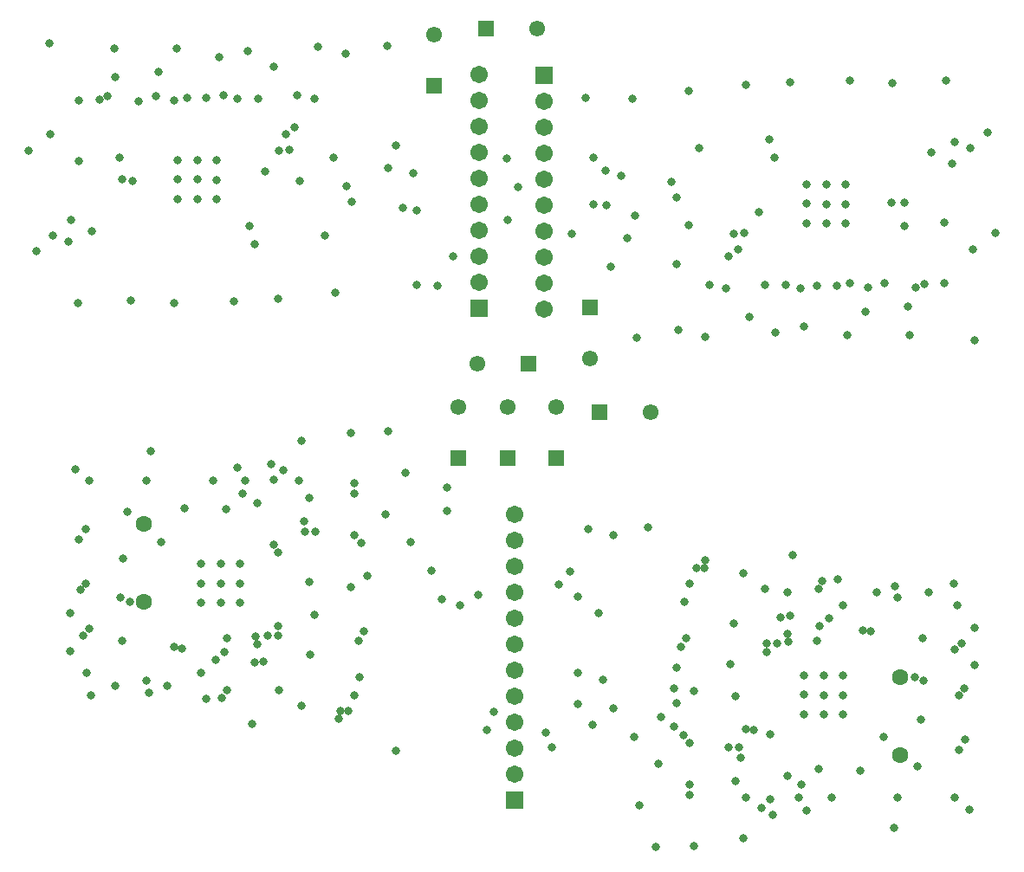
<source format=gbs>
G04*
G04 #@! TF.GenerationSoftware,Altium Limited,Altium Designer,19.1.8 (144)*
G04*
G04 Layer_Color=16711935*
%FSLAX25Y25*%
%MOIN*%
G70*
G01*
G75*
%ADD20C,0.06312*%
%ADD21C,0.06706*%
%ADD22R,0.06706X0.06706*%
%ADD23C,0.06115*%
%ADD24R,0.06115X0.06115*%
%ADD25R,0.06115X0.06115*%
%ADD26C,0.03162*%
D20*
X54000Y-196000D02*
D03*
Y-226000D02*
D03*
X345000Y-285000D02*
D03*
Y-255000D02*
D03*
D21*
X196500Y-192500D02*
D03*
Y-202500D02*
D03*
Y-212500D02*
D03*
Y-222500D02*
D03*
Y-232500D02*
D03*
Y-242500D02*
D03*
Y-252500D02*
D03*
Y-262500D02*
D03*
Y-272500D02*
D03*
Y-282500D02*
D03*
Y-292500D02*
D03*
X183000Y-93000D02*
D03*
Y-23000D02*
D03*
Y-33000D02*
D03*
Y-43000D02*
D03*
Y-53000D02*
D03*
Y-63000D02*
D03*
Y-73000D02*
D03*
Y-83000D02*
D03*
Y-103000D02*
D03*
X208000Y-43500D02*
D03*
Y-113500D02*
D03*
Y-103500D02*
D03*
Y-93500D02*
D03*
Y-83500D02*
D03*
Y-73500D02*
D03*
Y-63500D02*
D03*
Y-53500D02*
D03*
Y-33500D02*
D03*
D22*
X196500Y-302500D02*
D03*
X183000Y-113000D02*
D03*
X208000Y-23500D02*
D03*
D23*
X193750Y-151157D02*
D03*
X175000D02*
D03*
X248843Y-153000D02*
D03*
X212500Y-151157D02*
D03*
X205343Y-5500D02*
D03*
X165647Y-7804D02*
D03*
X182158Y-134500D02*
D03*
X225500Y-132343D02*
D03*
D24*
X193750Y-170843D02*
D03*
X175000D02*
D03*
X212500D02*
D03*
X165646Y-27489D02*
D03*
X225500Y-112657D02*
D03*
D25*
X229157Y-153000D02*
D03*
X185658Y-5500D02*
D03*
X201842Y-134500D02*
D03*
D26*
X86000Y-260000D02*
D03*
X170500Y-182000D02*
D03*
Y-191000D02*
D03*
X248000Y-197500D02*
D03*
X234500Y-200500D02*
D03*
X225000Y-198000D02*
D03*
X253000Y-270500D02*
D03*
X258000Y-274000D02*
D03*
X221000Y-253500D02*
D03*
X188500Y-268500D02*
D03*
X186000Y-275500D02*
D03*
X313500Y-221000D02*
D03*
X301500Y-222500D02*
D03*
X259000Y-251500D02*
D03*
X258000Y-259500D02*
D03*
X221000Y-224000D02*
D03*
X229000Y-230500D02*
D03*
X213500Y-219500D02*
D03*
X208500Y-276500D02*
D03*
X211000Y-282000D02*
D03*
X221000Y-265500D02*
D03*
X226500Y-273500D02*
D03*
X288500Y-275500D02*
D03*
X285500Y-275000D02*
D03*
X218000Y-214500D02*
D03*
X323000Y-227500D02*
D03*
X301500Y-238500D02*
D03*
X313000Y-241000D02*
D03*
X302500Y-231500D02*
D03*
X283000Y-282000D02*
D03*
X338500Y-278000D02*
D03*
X350500Y-255000D02*
D03*
X373500Y-236000D02*
D03*
X353500Y-240000D02*
D03*
X373500Y-250500D02*
D03*
X368500Y-242000D02*
D03*
X365500Y-219000D02*
D03*
X356000Y-222500D02*
D03*
X343000Y-220000D02*
D03*
X336000Y-222500D02*
D03*
X344000Y-224500D02*
D03*
X330500Y-237000D02*
D03*
X315000Y-218000D02*
D03*
X303500Y-208000D02*
D03*
X321000Y-217500D02*
D03*
X314000Y-235500D02*
D03*
X293000Y-221000D02*
D03*
X264000Y-219000D02*
D03*
X281000Y-234500D02*
D03*
X262500Y-240000D02*
D03*
X279500Y-250000D02*
D03*
X259000Y-265000D02*
D03*
X281500Y-262500D02*
D03*
X279000Y-282000D02*
D03*
X281500Y-295000D02*
D03*
X251000Y-320500D02*
D03*
X244500Y-304500D02*
D03*
X264000Y-300500D02*
D03*
X301500Y-293000D02*
D03*
X265500Y-320000D02*
D03*
X296000Y-308000D02*
D03*
X295000Y-302000D02*
D03*
X291500Y-305500D02*
D03*
X284500Y-317000D02*
D03*
X309000Y-306500D02*
D03*
X318500Y-301500D02*
D03*
X306000D02*
D03*
X313500Y-290500D02*
D03*
X329500Y-291000D02*
D03*
X342500Y-313000D02*
D03*
X351500Y-289500D02*
D03*
X367500Y-283000D02*
D03*
X353000Y-271500D02*
D03*
X354000Y-256500D02*
D03*
X344000Y-301500D02*
D03*
X307000Y-296500D02*
D03*
X285500Y-301500D02*
D03*
X264000Y-296500D02*
D03*
Y-280500D02*
D03*
X261500Y-277500D02*
D03*
X265500Y-260500D02*
D03*
X260500Y-243500D02*
D03*
X262000Y-226000D02*
D03*
X299000Y-232000D02*
D03*
X317500Y-232500D02*
D03*
X333500Y-237500D02*
D03*
X367000Y-227500D02*
D03*
X366000Y-244500D02*
D03*
X369500Y-259500D02*
D03*
X367500Y-262000D02*
D03*
X370000Y-279000D02*
D03*
X371500Y-306000D02*
D03*
X366000Y-301500D02*
D03*
X302000Y-241496D02*
D03*
X284500Y-215000D02*
D03*
X269500Y-213000D02*
D03*
X270000Y-210000D02*
D03*
X293500Y-242000D02*
D03*
X297500D02*
D03*
X293500Y-245500D02*
D03*
X295000Y-277000D02*
D03*
X283500Y-286000D02*
D03*
X234500Y-267000D02*
D03*
X242500Y-278000D02*
D03*
X230500Y-256000D02*
D03*
X252000Y-288500D02*
D03*
X266500Y-213000D02*
D03*
X76000Y-226500D02*
D03*
X83500D02*
D03*
X91000D02*
D03*
Y-211500D02*
D03*
X83500D02*
D03*
X76000D02*
D03*
Y-219000D02*
D03*
X91000Y-219100D02*
D03*
X83500Y-219000D02*
D03*
X323000Y-254500D02*
D03*
X315500D02*
D03*
X308000D02*
D03*
Y-269500D02*
D03*
X315500D02*
D03*
X323000D02*
D03*
Y-262000D02*
D03*
X308000Y-261900D02*
D03*
X315500Y-262000D02*
D03*
X132500Y-268000D02*
D03*
X147000Y-192500D02*
D03*
X168500Y-225000D02*
D03*
X156500Y-203000D02*
D03*
X164500Y-214000D02*
D03*
X182500Y-223500D02*
D03*
X175500Y-227500D02*
D03*
X115500Y-195000D02*
D03*
X104000Y-204000D02*
D03*
X151000Y-283500D02*
D03*
X105500Y-235500D02*
D03*
X101500Y-239000D02*
D03*
X105500D02*
D03*
X129000Y-271000D02*
D03*
X129500Y-268000D02*
D03*
X114500Y-266000D02*
D03*
X97000Y-239504D02*
D03*
X33000Y-179500D02*
D03*
X27500Y-175000D02*
D03*
X29000Y-202000D02*
D03*
X31500Y-219000D02*
D03*
X29500Y-221500D02*
D03*
X33000Y-236500D02*
D03*
X32000Y-253500D02*
D03*
X65500Y-243500D02*
D03*
X81500Y-248500D02*
D03*
X100000Y-249000D02*
D03*
X137000Y-255000D02*
D03*
X138500Y-237500D02*
D03*
X133500Y-220500D02*
D03*
X137500Y-203500D02*
D03*
X135000Y-200500D02*
D03*
Y-184500D02*
D03*
X113500Y-179500D02*
D03*
X92000Y-184500D02*
D03*
X55000Y-179500D02*
D03*
X45000Y-224500D02*
D03*
X46000Y-209500D02*
D03*
X31500Y-198000D02*
D03*
X47500Y-191500D02*
D03*
X56500Y-168000D02*
D03*
X69500Y-190000D02*
D03*
X85500Y-190500D02*
D03*
X93000Y-179500D02*
D03*
X80500D02*
D03*
X90000Y-174500D02*
D03*
X114500Y-164000D02*
D03*
X107500Y-175500D02*
D03*
X104000Y-179000D02*
D03*
X103000Y-173000D02*
D03*
X133500Y-161000D02*
D03*
X97500Y-188000D02*
D03*
X135000Y-180500D02*
D03*
X154500Y-176500D02*
D03*
X148000Y-160500D02*
D03*
X117500Y-186000D02*
D03*
X120000Y-199000D02*
D03*
X117500Y-218500D02*
D03*
X140000Y-216000D02*
D03*
X119500Y-231000D02*
D03*
X136500Y-241000D02*
D03*
X118000Y-246500D02*
D03*
X135000Y-262000D02*
D03*
X106000Y-260000D02*
D03*
X85000Y-245500D02*
D03*
X78000Y-263500D02*
D03*
X95500Y-273000D02*
D03*
X84000Y-263000D02*
D03*
X68500Y-244000D02*
D03*
X55000Y-256500D02*
D03*
X63000Y-258500D02*
D03*
X56000Y-261000D02*
D03*
X43000Y-258500D02*
D03*
X33500Y-262000D02*
D03*
X30500Y-239000D02*
D03*
X25500Y-230500D02*
D03*
X45500Y-241000D02*
D03*
X25500Y-245000D02*
D03*
X48500Y-226000D02*
D03*
X60500Y-203000D02*
D03*
X105500Y-207000D02*
D03*
X116000Y-199000D02*
D03*
X96500Y-249500D02*
D03*
X86000Y-240000D02*
D03*
X97500Y-242500D02*
D03*
X76000Y-253500D02*
D03*
X296500Y-55000D02*
D03*
X341500Y-72500D02*
D03*
X346500D02*
D03*
X290500Y-76000D02*
D03*
X316500Y-73000D02*
D03*
X309000Y-72900D02*
D03*
X324000Y-73000D02*
D03*
Y-80500D02*
D03*
X316500D02*
D03*
X309000D02*
D03*
Y-65500D02*
D03*
X316500D02*
D03*
X324000D02*
D03*
X74500Y-63500D02*
D03*
X82000Y-63600D02*
D03*
X67000Y-63500D02*
D03*
Y-56000D02*
D03*
X74500D02*
D03*
X82000D02*
D03*
Y-71000D02*
D03*
X74500D02*
D03*
X67000D02*
D03*
X242000Y-32500D02*
D03*
X159000Y-104000D02*
D03*
X173000Y-93000D02*
D03*
X227000Y-73000D02*
D03*
X193500Y-55500D02*
D03*
X259000Y-96000D02*
D03*
X218500Y-84500D02*
D03*
X233500Y-97000D02*
D03*
X232000Y-73500D02*
D03*
X231500Y-60000D02*
D03*
X198000Y-66500D02*
D03*
X127000Y-55000D02*
D03*
X194000Y-79000D02*
D03*
X263500Y-81000D02*
D03*
X381500Y-84000D02*
D03*
X373000Y-90500D02*
D03*
X362000Y-80000D02*
D03*
X366000Y-49000D02*
D03*
X365000Y-57500D02*
D03*
X259500Y-121500D02*
D03*
X278000Y-105500D02*
D03*
X287000Y-116500D02*
D03*
X301000Y-104000D02*
D03*
X313000Y-104500D02*
D03*
X331500Y-114500D02*
D03*
X325500Y-103500D02*
D03*
X348000Y-112500D02*
D03*
X339000Y-103250D02*
D03*
X362000Y-103500D02*
D03*
X354250Y-103750D02*
D03*
X373500Y-125500D02*
D03*
X348500Y-123500D02*
D03*
X324500D02*
D03*
X271500Y-104000D02*
D03*
X267500Y-51500D02*
D03*
X263500Y-29500D02*
D03*
X285500Y-27000D02*
D03*
X302500Y-26000D02*
D03*
X325500Y-25500D02*
D03*
X342000Y-26500D02*
D03*
X362500Y-25500D02*
D03*
X357000Y-53000D02*
D03*
X346500Y-81500D02*
D03*
X351000Y-105000D02*
D03*
X332500D02*
D03*
X320500Y-104500D02*
D03*
X308000Y-120000D02*
D03*
X297000Y-122500D02*
D03*
X306500Y-105500D02*
D03*
X293000Y-104000D02*
D03*
X259000Y-70500D02*
D03*
X243000Y-77500D02*
D03*
X224000Y-32000D02*
D03*
X282500Y-90500D02*
D03*
X279000Y-93000D02*
D03*
X285000Y-84000D02*
D03*
X281000Y-84500D02*
D03*
X294500Y-48000D02*
D03*
X378500Y-45500D02*
D03*
X372000Y-51500D02*
D03*
X270000Y-124000D02*
D03*
X243500Y-124500D02*
D03*
X227000Y-55000D02*
D03*
X257000Y-64500D02*
D03*
X237500Y-62000D02*
D03*
X240000Y-86000D02*
D03*
X151000Y-50500D02*
D03*
X153500Y-74500D02*
D03*
X157500Y-61000D02*
D03*
X134000Y-72000D02*
D03*
X147500Y-12000D02*
D03*
X121000Y-12500D02*
D03*
X19000Y-85000D02*
D03*
X12500Y-91000D02*
D03*
X94500Y-81500D02*
D03*
X96500Y-88500D02*
D03*
X110000Y-52000D02*
D03*
X106000Y-52500D02*
D03*
X112000Y-43500D02*
D03*
X108500Y-46000D02*
D03*
X167000Y-104500D02*
D03*
X100500Y-60500D02*
D03*
X114000Y-64000D02*
D03*
X148000Y-59000D02*
D03*
X159000Y-75500D02*
D03*
X132000Y-66000D02*
D03*
X45500Y-63500D02*
D03*
X49500Y-64000D02*
D03*
X98000Y-32500D02*
D03*
X84500Y-31000D02*
D03*
X94000Y-14000D02*
D03*
X83000Y-16500D02*
D03*
X70500Y-32000D02*
D03*
X58500Y-31500D02*
D03*
X40000D02*
D03*
X44500Y-55000D02*
D03*
X34000Y-83500D02*
D03*
X28500Y-111000D02*
D03*
X49000Y-110000D02*
D03*
X65500Y-111000D02*
D03*
X88500Y-110500D02*
D03*
X105500Y-109500D02*
D03*
X127500Y-107000D02*
D03*
X123500Y-85000D02*
D03*
X119500Y-32500D02*
D03*
X66500Y-13000D02*
D03*
X42500D02*
D03*
X17500Y-11000D02*
D03*
X18000Y-46000D02*
D03*
X36750Y-32750D02*
D03*
X29000Y-33000D02*
D03*
X52000Y-33250D02*
D03*
X43000Y-24000D02*
D03*
X65500Y-33000D02*
D03*
X59500Y-22000D02*
D03*
X78000Y-32000D02*
D03*
X90000Y-32500D02*
D03*
X104000Y-20000D02*
D03*
X113000Y-31000D02*
D03*
X131500Y-15000D02*
D03*
X26000Y-79000D02*
D03*
X25000Y-87500D02*
D03*
X29000Y-56500D02*
D03*
X9500Y-52500D02*
D03*
M02*

</source>
